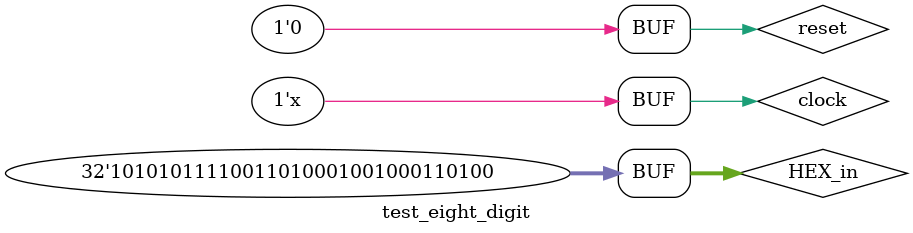
<source format=sv>
`timescale 1ns / 1ps

module test_eight_digit();
    logic clock, reset;
    logic [31:0] HEX_in;
    logic [6:0] segments;
    logic [7:0] anodes;
    
    S4_actividad1 DUT(.clock(clock),.reset(reset),.HEX_in(HEX_in),.segments(segments),.anodes(anodes));
    
    always #1 clock=~clock;
    

    
    initial begin
    HEX_in = 32'hABCD_1234;
    reset = 0;
    clock = 0;  
    
    #1.5 reset = 1;
    #4 reset = 0;
    
 
    
    end
    
endmodule

</source>
